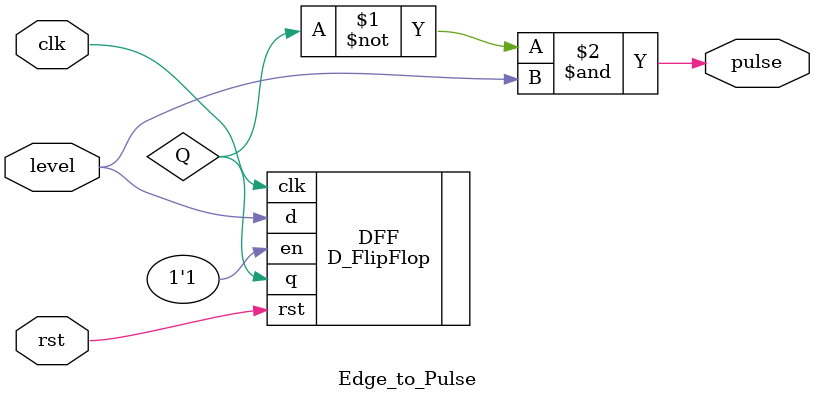
<source format=sv>
`timescale 1ns / 1ps


module Edge_to_Pulse(output pulse,
                    input logic clk,rst, level
    );
wire Q;
D_FlipFlop DFF(.q(Q), .clk(clk) , .rst(rst), .en(1'b1), .d(level));  
and a1(pulse,~Q,level);
endmodule

</source>
